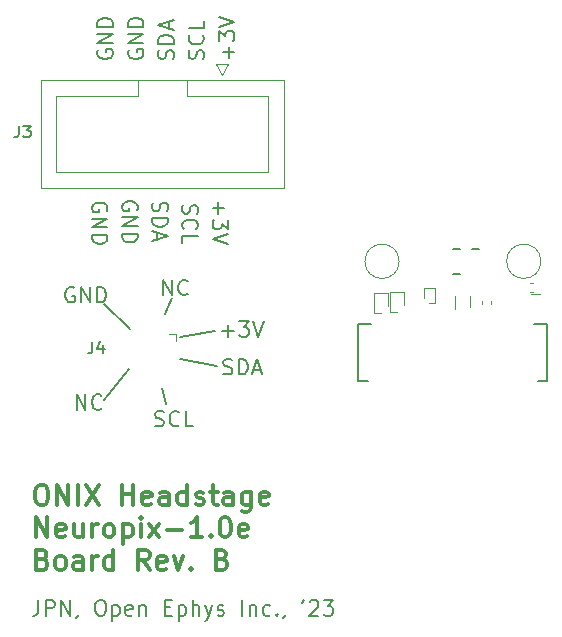
<source format=gbr>
%TF.GenerationSoftware,KiCad,Pcbnew,7.0.6*%
%TF.CreationDate,2023-09-10T10:14:11-04:00*%
%TF.ProjectId,headstage-neuropix1e,68656164-7374-4616-9765-2d6e6575726f,B*%
%TF.SameCoordinates,Original*%
%TF.FileFunction,Legend,Top*%
%TF.FilePolarity,Positive*%
%FSLAX46Y46*%
G04 Gerber Fmt 4.6, Leading zero omitted, Abs format (unit mm)*
G04 Created by KiCad (PCBNEW 7.0.6) date 2023-09-10 10:14:11*
%MOMM*%
%LPD*%
G01*
G04 APERTURE LIST*
%ADD10C,0.150000*%
%ADD11C,0.200000*%
%ADD12C,0.300000*%
%ADD13C,0.120000*%
%ADD14C,0.127000*%
G04 APERTURE END LIST*
D10*
X122500000Y-94440000D02*
X119500000Y-94947500D01*
X113100000Y-100240000D02*
X115200000Y-97640000D01*
X113100000Y-92140000D02*
X115300000Y-94240000D01*
X118000000Y-99240000D02*
X118300000Y-100540000D01*
X118800000Y-91640000D02*
X118200000Y-92940000D01*
X122600000Y-97340000D02*
X119500000Y-96800000D01*
D11*
X119761400Y-83726697D02*
X119699495Y-83912411D01*
X119699495Y-83912411D02*
X119699495Y-84221935D01*
X119699495Y-84221935D02*
X119761400Y-84345744D01*
X119761400Y-84345744D02*
X119823304Y-84407649D01*
X119823304Y-84407649D02*
X119947114Y-84469554D01*
X119947114Y-84469554D02*
X120070923Y-84469554D01*
X120070923Y-84469554D02*
X120194733Y-84407649D01*
X120194733Y-84407649D02*
X120256638Y-84345744D01*
X120256638Y-84345744D02*
X120318542Y-84221935D01*
X120318542Y-84221935D02*
X120380447Y-83974316D01*
X120380447Y-83974316D02*
X120442352Y-83850506D01*
X120442352Y-83850506D02*
X120504257Y-83788601D01*
X120504257Y-83788601D02*
X120628066Y-83726697D01*
X120628066Y-83726697D02*
X120751876Y-83726697D01*
X120751876Y-83726697D02*
X120875685Y-83788601D01*
X120875685Y-83788601D02*
X120937590Y-83850506D01*
X120937590Y-83850506D02*
X120999495Y-83974316D01*
X120999495Y-83974316D02*
X120999495Y-84283839D01*
X120999495Y-84283839D02*
X120937590Y-84469554D01*
X119823304Y-85769553D02*
X119761400Y-85707649D01*
X119761400Y-85707649D02*
X119699495Y-85521934D01*
X119699495Y-85521934D02*
X119699495Y-85398125D01*
X119699495Y-85398125D02*
X119761400Y-85212411D01*
X119761400Y-85212411D02*
X119885209Y-85088601D01*
X119885209Y-85088601D02*
X120009019Y-85026696D01*
X120009019Y-85026696D02*
X120256638Y-84964792D01*
X120256638Y-84964792D02*
X120442352Y-84964792D01*
X120442352Y-84964792D02*
X120689971Y-85026696D01*
X120689971Y-85026696D02*
X120813780Y-85088601D01*
X120813780Y-85088601D02*
X120937590Y-85212411D01*
X120937590Y-85212411D02*
X120999495Y-85398125D01*
X120999495Y-85398125D02*
X120999495Y-85521934D01*
X120999495Y-85521934D02*
X120937590Y-85707649D01*
X120937590Y-85707649D02*
X120875685Y-85769553D01*
X119699495Y-86945744D02*
X119699495Y-86326696D01*
X119699495Y-86326696D02*
X120999495Y-86326696D01*
X107512530Y-117191004D02*
X107512530Y-118119576D01*
X107512530Y-118119576D02*
X107450625Y-118305290D01*
X107450625Y-118305290D02*
X107326816Y-118429100D01*
X107326816Y-118429100D02*
X107141101Y-118491004D01*
X107141101Y-118491004D02*
X107017292Y-118491004D01*
X108131577Y-118491004D02*
X108131577Y-117191004D01*
X108131577Y-117191004D02*
X108626815Y-117191004D01*
X108626815Y-117191004D02*
X108750625Y-117252909D01*
X108750625Y-117252909D02*
X108812530Y-117314814D01*
X108812530Y-117314814D02*
X108874434Y-117438623D01*
X108874434Y-117438623D02*
X108874434Y-117624338D01*
X108874434Y-117624338D02*
X108812530Y-117748147D01*
X108812530Y-117748147D02*
X108750625Y-117810052D01*
X108750625Y-117810052D02*
X108626815Y-117871957D01*
X108626815Y-117871957D02*
X108131577Y-117871957D01*
X109431577Y-118491004D02*
X109431577Y-117191004D01*
X109431577Y-117191004D02*
X110174434Y-118491004D01*
X110174434Y-118491004D02*
X110174434Y-117191004D01*
X110855387Y-118429100D02*
X110855387Y-118491004D01*
X110855387Y-118491004D02*
X110793482Y-118614814D01*
X110793482Y-118614814D02*
X110731578Y-118676719D01*
X112650625Y-117191004D02*
X112898244Y-117191004D01*
X112898244Y-117191004D02*
X113022054Y-117252909D01*
X113022054Y-117252909D02*
X113145863Y-117376719D01*
X113145863Y-117376719D02*
X113207768Y-117624338D01*
X113207768Y-117624338D02*
X113207768Y-118057671D01*
X113207768Y-118057671D02*
X113145863Y-118305290D01*
X113145863Y-118305290D02*
X113022054Y-118429100D01*
X113022054Y-118429100D02*
X112898244Y-118491004D01*
X112898244Y-118491004D02*
X112650625Y-118491004D01*
X112650625Y-118491004D02*
X112526816Y-118429100D01*
X112526816Y-118429100D02*
X112403006Y-118305290D01*
X112403006Y-118305290D02*
X112341102Y-118057671D01*
X112341102Y-118057671D02*
X112341102Y-117624338D01*
X112341102Y-117624338D02*
X112403006Y-117376719D01*
X112403006Y-117376719D02*
X112526816Y-117252909D01*
X112526816Y-117252909D02*
X112650625Y-117191004D01*
X113764911Y-117624338D02*
X113764911Y-118924338D01*
X113764911Y-117686242D02*
X113888721Y-117624338D01*
X113888721Y-117624338D02*
X114136340Y-117624338D01*
X114136340Y-117624338D02*
X114260149Y-117686242D01*
X114260149Y-117686242D02*
X114322054Y-117748147D01*
X114322054Y-117748147D02*
X114383959Y-117871957D01*
X114383959Y-117871957D02*
X114383959Y-118243385D01*
X114383959Y-118243385D02*
X114322054Y-118367195D01*
X114322054Y-118367195D02*
X114260149Y-118429100D01*
X114260149Y-118429100D02*
X114136340Y-118491004D01*
X114136340Y-118491004D02*
X113888721Y-118491004D01*
X113888721Y-118491004D02*
X113764911Y-118429100D01*
X115436339Y-118429100D02*
X115312530Y-118491004D01*
X115312530Y-118491004D02*
X115064911Y-118491004D01*
X115064911Y-118491004D02*
X114941101Y-118429100D01*
X114941101Y-118429100D02*
X114879197Y-118305290D01*
X114879197Y-118305290D02*
X114879197Y-117810052D01*
X114879197Y-117810052D02*
X114941101Y-117686242D01*
X114941101Y-117686242D02*
X115064911Y-117624338D01*
X115064911Y-117624338D02*
X115312530Y-117624338D01*
X115312530Y-117624338D02*
X115436339Y-117686242D01*
X115436339Y-117686242D02*
X115498244Y-117810052D01*
X115498244Y-117810052D02*
X115498244Y-117933861D01*
X115498244Y-117933861D02*
X114879197Y-118057671D01*
X116055387Y-117624338D02*
X116055387Y-118491004D01*
X116055387Y-117748147D02*
X116117292Y-117686242D01*
X116117292Y-117686242D02*
X116241102Y-117624338D01*
X116241102Y-117624338D02*
X116426816Y-117624338D01*
X116426816Y-117624338D02*
X116550625Y-117686242D01*
X116550625Y-117686242D02*
X116612530Y-117810052D01*
X116612530Y-117810052D02*
X116612530Y-118491004D01*
X118222053Y-117810052D02*
X118655387Y-117810052D01*
X118841101Y-118491004D02*
X118222053Y-118491004D01*
X118222053Y-118491004D02*
X118222053Y-117191004D01*
X118222053Y-117191004D02*
X118841101Y-117191004D01*
X119398243Y-117624338D02*
X119398243Y-118924338D01*
X119398243Y-117686242D02*
X119522053Y-117624338D01*
X119522053Y-117624338D02*
X119769672Y-117624338D01*
X119769672Y-117624338D02*
X119893481Y-117686242D01*
X119893481Y-117686242D02*
X119955386Y-117748147D01*
X119955386Y-117748147D02*
X120017291Y-117871957D01*
X120017291Y-117871957D02*
X120017291Y-118243385D01*
X120017291Y-118243385D02*
X119955386Y-118367195D01*
X119955386Y-118367195D02*
X119893481Y-118429100D01*
X119893481Y-118429100D02*
X119769672Y-118491004D01*
X119769672Y-118491004D02*
X119522053Y-118491004D01*
X119522053Y-118491004D02*
X119398243Y-118429100D01*
X120574433Y-118491004D02*
X120574433Y-117191004D01*
X121131576Y-118491004D02*
X121131576Y-117810052D01*
X121131576Y-117810052D02*
X121069671Y-117686242D01*
X121069671Y-117686242D02*
X120945862Y-117624338D01*
X120945862Y-117624338D02*
X120760148Y-117624338D01*
X120760148Y-117624338D02*
X120636338Y-117686242D01*
X120636338Y-117686242D02*
X120574433Y-117748147D01*
X121626814Y-117624338D02*
X121936338Y-118491004D01*
X122245861Y-117624338D02*
X121936338Y-118491004D01*
X121936338Y-118491004D02*
X121812528Y-118800528D01*
X121812528Y-118800528D02*
X121750623Y-118862433D01*
X121750623Y-118862433D02*
X121626814Y-118924338D01*
X122679195Y-118429100D02*
X122803004Y-118491004D01*
X122803004Y-118491004D02*
X123050623Y-118491004D01*
X123050623Y-118491004D02*
X123174433Y-118429100D01*
X123174433Y-118429100D02*
X123236337Y-118305290D01*
X123236337Y-118305290D02*
X123236337Y-118243385D01*
X123236337Y-118243385D02*
X123174433Y-118119576D01*
X123174433Y-118119576D02*
X123050623Y-118057671D01*
X123050623Y-118057671D02*
X122864909Y-118057671D01*
X122864909Y-118057671D02*
X122741099Y-117995766D01*
X122741099Y-117995766D02*
X122679195Y-117871957D01*
X122679195Y-117871957D02*
X122679195Y-117810052D01*
X122679195Y-117810052D02*
X122741099Y-117686242D01*
X122741099Y-117686242D02*
X122864909Y-117624338D01*
X122864909Y-117624338D02*
X123050623Y-117624338D01*
X123050623Y-117624338D02*
X123174433Y-117686242D01*
X124783956Y-118491004D02*
X124783956Y-117191004D01*
X125403004Y-117624338D02*
X125403004Y-118491004D01*
X125403004Y-117748147D02*
X125464909Y-117686242D01*
X125464909Y-117686242D02*
X125588719Y-117624338D01*
X125588719Y-117624338D02*
X125774433Y-117624338D01*
X125774433Y-117624338D02*
X125898242Y-117686242D01*
X125898242Y-117686242D02*
X125960147Y-117810052D01*
X125960147Y-117810052D02*
X125960147Y-118491004D01*
X127136337Y-118429100D02*
X127012528Y-118491004D01*
X127012528Y-118491004D02*
X126764909Y-118491004D01*
X126764909Y-118491004D02*
X126641099Y-118429100D01*
X126641099Y-118429100D02*
X126579194Y-118367195D01*
X126579194Y-118367195D02*
X126517290Y-118243385D01*
X126517290Y-118243385D02*
X126517290Y-117871957D01*
X126517290Y-117871957D02*
X126579194Y-117748147D01*
X126579194Y-117748147D02*
X126641099Y-117686242D01*
X126641099Y-117686242D02*
X126764909Y-117624338D01*
X126764909Y-117624338D02*
X127012528Y-117624338D01*
X127012528Y-117624338D02*
X127136337Y-117686242D01*
X127693480Y-118367195D02*
X127755385Y-118429100D01*
X127755385Y-118429100D02*
X127693480Y-118491004D01*
X127693480Y-118491004D02*
X127631576Y-118429100D01*
X127631576Y-118429100D02*
X127693480Y-118367195D01*
X127693480Y-118367195D02*
X127693480Y-118491004D01*
X128374433Y-118429100D02*
X128374433Y-118491004D01*
X128374433Y-118491004D02*
X128312528Y-118614814D01*
X128312528Y-118614814D02*
X128250624Y-118676719D01*
X129983957Y-117191004D02*
X129860148Y-117438623D01*
X130479196Y-117314814D02*
X130541100Y-117252909D01*
X130541100Y-117252909D02*
X130664910Y-117191004D01*
X130664910Y-117191004D02*
X130974434Y-117191004D01*
X130974434Y-117191004D02*
X131098243Y-117252909D01*
X131098243Y-117252909D02*
X131160148Y-117314814D01*
X131160148Y-117314814D02*
X131222053Y-117438623D01*
X131222053Y-117438623D02*
X131222053Y-117562433D01*
X131222053Y-117562433D02*
X131160148Y-117748147D01*
X131160148Y-117748147D02*
X130417291Y-118491004D01*
X130417291Y-118491004D02*
X131222053Y-118491004D01*
X131655386Y-117191004D02*
X132460148Y-117191004D01*
X132460148Y-117191004D02*
X132026814Y-117686242D01*
X132026814Y-117686242D02*
X132212529Y-117686242D01*
X132212529Y-117686242D02*
X132336338Y-117748147D01*
X132336338Y-117748147D02*
X132398243Y-117810052D01*
X132398243Y-117810052D02*
X132460148Y-117933861D01*
X132460148Y-117933861D02*
X132460148Y-118243385D01*
X132460148Y-118243385D02*
X132398243Y-118367195D01*
X132398243Y-118367195D02*
X132336338Y-118429100D01*
X132336338Y-118429100D02*
X132212529Y-118491004D01*
X132212529Y-118491004D02*
X131841100Y-118491004D01*
X131841100Y-118491004D02*
X131717291Y-118429100D01*
X131717291Y-118429100D02*
X131655386Y-118367195D01*
X112572409Y-70625445D02*
X112510504Y-70749255D01*
X112510504Y-70749255D02*
X112510504Y-70934969D01*
X112510504Y-70934969D02*
X112572409Y-71120683D01*
X112572409Y-71120683D02*
X112696219Y-71244493D01*
X112696219Y-71244493D02*
X112820028Y-71306398D01*
X112820028Y-71306398D02*
X113067647Y-71368302D01*
X113067647Y-71368302D02*
X113253361Y-71368302D01*
X113253361Y-71368302D02*
X113500980Y-71306398D01*
X113500980Y-71306398D02*
X113624790Y-71244493D01*
X113624790Y-71244493D02*
X113748600Y-71120683D01*
X113748600Y-71120683D02*
X113810504Y-70934969D01*
X113810504Y-70934969D02*
X113810504Y-70811160D01*
X113810504Y-70811160D02*
X113748600Y-70625445D01*
X113748600Y-70625445D02*
X113686695Y-70563541D01*
X113686695Y-70563541D02*
X113253361Y-70563541D01*
X113253361Y-70563541D02*
X113253361Y-70811160D01*
X113810504Y-70006398D02*
X112510504Y-70006398D01*
X112510504Y-70006398D02*
X113810504Y-69263541D01*
X113810504Y-69263541D02*
X112510504Y-69263541D01*
X113810504Y-68644493D02*
X112510504Y-68644493D01*
X112510504Y-68644493D02*
X112510504Y-68334969D01*
X112510504Y-68334969D02*
X112572409Y-68149255D01*
X112572409Y-68149255D02*
X112696219Y-68025445D01*
X112696219Y-68025445D02*
X112820028Y-67963540D01*
X112820028Y-67963540D02*
X113067647Y-67901636D01*
X113067647Y-67901636D02*
X113253361Y-67901636D01*
X113253361Y-67901636D02*
X113500980Y-67963540D01*
X113500980Y-67963540D02*
X113624790Y-68025445D01*
X113624790Y-68025445D02*
X113748600Y-68149255D01*
X113748600Y-68149255D02*
X113810504Y-68334969D01*
X113810504Y-68334969D02*
X113810504Y-68644493D01*
X113287590Y-84269554D02*
X113349495Y-84145744D01*
X113349495Y-84145744D02*
X113349495Y-83960030D01*
X113349495Y-83960030D02*
X113287590Y-83774316D01*
X113287590Y-83774316D02*
X113163780Y-83650506D01*
X113163780Y-83650506D02*
X113039971Y-83588601D01*
X113039971Y-83588601D02*
X112792352Y-83526697D01*
X112792352Y-83526697D02*
X112606638Y-83526697D01*
X112606638Y-83526697D02*
X112359019Y-83588601D01*
X112359019Y-83588601D02*
X112235209Y-83650506D01*
X112235209Y-83650506D02*
X112111400Y-83774316D01*
X112111400Y-83774316D02*
X112049495Y-83960030D01*
X112049495Y-83960030D02*
X112049495Y-84083839D01*
X112049495Y-84083839D02*
X112111400Y-84269554D01*
X112111400Y-84269554D02*
X112173304Y-84331458D01*
X112173304Y-84331458D02*
X112606638Y-84331458D01*
X112606638Y-84331458D02*
X112606638Y-84083839D01*
X112049495Y-84888601D02*
X113349495Y-84888601D01*
X113349495Y-84888601D02*
X112049495Y-85631458D01*
X112049495Y-85631458D02*
X113349495Y-85631458D01*
X112049495Y-86250506D02*
X113349495Y-86250506D01*
X113349495Y-86250506D02*
X113349495Y-86560030D01*
X113349495Y-86560030D02*
X113287590Y-86745744D01*
X113287590Y-86745744D02*
X113163780Y-86869554D01*
X113163780Y-86869554D02*
X113039971Y-86931459D01*
X113039971Y-86931459D02*
X112792352Y-86993363D01*
X112792352Y-86993363D02*
X112606638Y-86993363D01*
X112606638Y-86993363D02*
X112359019Y-86931459D01*
X112359019Y-86931459D02*
X112235209Y-86869554D01*
X112235209Y-86869554D02*
X112111400Y-86745744D01*
X112111400Y-86745744D02*
X112049495Y-86560030D01*
X112049495Y-86560030D02*
X112049495Y-86250506D01*
X115147409Y-70625445D02*
X115085504Y-70749255D01*
X115085504Y-70749255D02*
X115085504Y-70934969D01*
X115085504Y-70934969D02*
X115147409Y-71120683D01*
X115147409Y-71120683D02*
X115271219Y-71244493D01*
X115271219Y-71244493D02*
X115395028Y-71306398D01*
X115395028Y-71306398D02*
X115642647Y-71368302D01*
X115642647Y-71368302D02*
X115828361Y-71368302D01*
X115828361Y-71368302D02*
X116075980Y-71306398D01*
X116075980Y-71306398D02*
X116199790Y-71244493D01*
X116199790Y-71244493D02*
X116323600Y-71120683D01*
X116323600Y-71120683D02*
X116385504Y-70934969D01*
X116385504Y-70934969D02*
X116385504Y-70811160D01*
X116385504Y-70811160D02*
X116323600Y-70625445D01*
X116323600Y-70625445D02*
X116261695Y-70563541D01*
X116261695Y-70563541D02*
X115828361Y-70563541D01*
X115828361Y-70563541D02*
X115828361Y-70811160D01*
X116385504Y-70006398D02*
X115085504Y-70006398D01*
X115085504Y-70006398D02*
X116385504Y-69263541D01*
X116385504Y-69263541D02*
X115085504Y-69263541D01*
X116385504Y-68644493D02*
X115085504Y-68644493D01*
X115085504Y-68644493D02*
X115085504Y-68334969D01*
X115085504Y-68334969D02*
X115147409Y-68149255D01*
X115147409Y-68149255D02*
X115271219Y-68025445D01*
X115271219Y-68025445D02*
X115395028Y-67963540D01*
X115395028Y-67963540D02*
X115642647Y-67901636D01*
X115642647Y-67901636D02*
X115828361Y-67901636D01*
X115828361Y-67901636D02*
X116075980Y-67963540D01*
X116075980Y-67963540D02*
X116199790Y-68025445D01*
X116199790Y-68025445D02*
X116323600Y-68149255D01*
X116323600Y-68149255D02*
X116385504Y-68334969D01*
X116385504Y-68334969D02*
X116385504Y-68644493D01*
X123041101Y-94375266D02*
X124031578Y-94375266D01*
X123536339Y-94870504D02*
X123536339Y-93880028D01*
X124526816Y-93570504D02*
X125331578Y-93570504D01*
X125331578Y-93570504D02*
X124898244Y-94065742D01*
X124898244Y-94065742D02*
X125083959Y-94065742D01*
X125083959Y-94065742D02*
X125207768Y-94127647D01*
X125207768Y-94127647D02*
X125269673Y-94189552D01*
X125269673Y-94189552D02*
X125331578Y-94313361D01*
X125331578Y-94313361D02*
X125331578Y-94622885D01*
X125331578Y-94622885D02*
X125269673Y-94746695D01*
X125269673Y-94746695D02*
X125207768Y-94808600D01*
X125207768Y-94808600D02*
X125083959Y-94870504D01*
X125083959Y-94870504D02*
X124712530Y-94870504D01*
X124712530Y-94870504D02*
X124588721Y-94808600D01*
X124588721Y-94808600D02*
X124526816Y-94746695D01*
X125703006Y-93570504D02*
X126136339Y-94870504D01*
X126136339Y-94870504D02*
X126569673Y-93570504D01*
X110741101Y-101070504D02*
X110741101Y-99770504D01*
X110741101Y-99770504D02*
X111483958Y-101070504D01*
X111483958Y-101070504D02*
X111483958Y-99770504D01*
X112845863Y-100946695D02*
X112783959Y-101008600D01*
X112783959Y-101008600D02*
X112598244Y-101070504D01*
X112598244Y-101070504D02*
X112474435Y-101070504D01*
X112474435Y-101070504D02*
X112288721Y-101008600D01*
X112288721Y-101008600D02*
X112164911Y-100884790D01*
X112164911Y-100884790D02*
X112103006Y-100760980D01*
X112103006Y-100760980D02*
X112041102Y-100513361D01*
X112041102Y-100513361D02*
X112041102Y-100327647D01*
X112041102Y-100327647D02*
X112103006Y-100080028D01*
X112103006Y-100080028D02*
X112164911Y-99956219D01*
X112164911Y-99956219D02*
X112288721Y-99832409D01*
X112288721Y-99832409D02*
X112474435Y-99770504D01*
X112474435Y-99770504D02*
X112598244Y-99770504D01*
X112598244Y-99770504D02*
X112783959Y-99832409D01*
X112783959Y-99832409D02*
X112845863Y-99894314D01*
D12*
X107625939Y-107433853D02*
X107949748Y-107433853D01*
X107949748Y-107433853D02*
X108111653Y-107514805D01*
X108111653Y-107514805D02*
X108273558Y-107676710D01*
X108273558Y-107676710D02*
X108354510Y-108000520D01*
X108354510Y-108000520D02*
X108354510Y-108567186D01*
X108354510Y-108567186D02*
X108273558Y-108890996D01*
X108273558Y-108890996D02*
X108111653Y-109052901D01*
X108111653Y-109052901D02*
X107949748Y-109133853D01*
X107949748Y-109133853D02*
X107625939Y-109133853D01*
X107625939Y-109133853D02*
X107464034Y-109052901D01*
X107464034Y-109052901D02*
X107302129Y-108890996D01*
X107302129Y-108890996D02*
X107221177Y-108567186D01*
X107221177Y-108567186D02*
X107221177Y-108000520D01*
X107221177Y-108000520D02*
X107302129Y-107676710D01*
X107302129Y-107676710D02*
X107464034Y-107514805D01*
X107464034Y-107514805D02*
X107625939Y-107433853D01*
X109083081Y-109133853D02*
X109083081Y-107433853D01*
X109083081Y-107433853D02*
X110054510Y-109133853D01*
X110054510Y-109133853D02*
X110054510Y-107433853D01*
X110864033Y-109133853D02*
X110864033Y-107433853D01*
X111511653Y-107433853D02*
X112644986Y-109133853D01*
X112644986Y-107433853D02*
X111511653Y-109133853D01*
X114587843Y-109133853D02*
X114587843Y-107433853D01*
X114587843Y-108243377D02*
X115559272Y-108243377D01*
X115559272Y-109133853D02*
X115559272Y-107433853D01*
X117016414Y-109052901D02*
X116854510Y-109133853D01*
X116854510Y-109133853D02*
X116530700Y-109133853D01*
X116530700Y-109133853D02*
X116368795Y-109052901D01*
X116368795Y-109052901D02*
X116287843Y-108890996D01*
X116287843Y-108890996D02*
X116287843Y-108243377D01*
X116287843Y-108243377D02*
X116368795Y-108081472D01*
X116368795Y-108081472D02*
X116530700Y-108000520D01*
X116530700Y-108000520D02*
X116854510Y-108000520D01*
X116854510Y-108000520D02*
X117016414Y-108081472D01*
X117016414Y-108081472D02*
X117097367Y-108243377D01*
X117097367Y-108243377D02*
X117097367Y-108405281D01*
X117097367Y-108405281D02*
X116287843Y-108567186D01*
X118554510Y-109133853D02*
X118554510Y-108243377D01*
X118554510Y-108243377D02*
X118473557Y-108081472D01*
X118473557Y-108081472D02*
X118311653Y-108000520D01*
X118311653Y-108000520D02*
X117987843Y-108000520D01*
X117987843Y-108000520D02*
X117825938Y-108081472D01*
X118554510Y-109052901D02*
X118392605Y-109133853D01*
X118392605Y-109133853D02*
X117987843Y-109133853D01*
X117987843Y-109133853D02*
X117825938Y-109052901D01*
X117825938Y-109052901D02*
X117744986Y-108890996D01*
X117744986Y-108890996D02*
X117744986Y-108729091D01*
X117744986Y-108729091D02*
X117825938Y-108567186D01*
X117825938Y-108567186D02*
X117987843Y-108486234D01*
X117987843Y-108486234D02*
X118392605Y-108486234D01*
X118392605Y-108486234D02*
X118554510Y-108405281D01*
X120092605Y-109133853D02*
X120092605Y-107433853D01*
X120092605Y-109052901D02*
X119930700Y-109133853D01*
X119930700Y-109133853D02*
X119606891Y-109133853D01*
X119606891Y-109133853D02*
X119444986Y-109052901D01*
X119444986Y-109052901D02*
X119364033Y-108971948D01*
X119364033Y-108971948D02*
X119283081Y-108810043D01*
X119283081Y-108810043D02*
X119283081Y-108324329D01*
X119283081Y-108324329D02*
X119364033Y-108162424D01*
X119364033Y-108162424D02*
X119444986Y-108081472D01*
X119444986Y-108081472D02*
X119606891Y-108000520D01*
X119606891Y-108000520D02*
X119930700Y-108000520D01*
X119930700Y-108000520D02*
X120092605Y-108081472D01*
X120821176Y-109052901D02*
X120983081Y-109133853D01*
X120983081Y-109133853D02*
X121306890Y-109133853D01*
X121306890Y-109133853D02*
X121468795Y-109052901D01*
X121468795Y-109052901D02*
X121549747Y-108890996D01*
X121549747Y-108890996D02*
X121549747Y-108810043D01*
X121549747Y-108810043D02*
X121468795Y-108648139D01*
X121468795Y-108648139D02*
X121306890Y-108567186D01*
X121306890Y-108567186D02*
X121064033Y-108567186D01*
X121064033Y-108567186D02*
X120902128Y-108486234D01*
X120902128Y-108486234D02*
X120821176Y-108324329D01*
X120821176Y-108324329D02*
X120821176Y-108243377D01*
X120821176Y-108243377D02*
X120902128Y-108081472D01*
X120902128Y-108081472D02*
X121064033Y-108000520D01*
X121064033Y-108000520D02*
X121306890Y-108000520D01*
X121306890Y-108000520D02*
X121468795Y-108081472D01*
X122035461Y-108000520D02*
X122683080Y-108000520D01*
X122278318Y-107433853D02*
X122278318Y-108890996D01*
X122278318Y-108890996D02*
X122359271Y-109052901D01*
X122359271Y-109052901D02*
X122521176Y-109133853D01*
X122521176Y-109133853D02*
X122683080Y-109133853D01*
X123978319Y-109133853D02*
X123978319Y-108243377D01*
X123978319Y-108243377D02*
X123897366Y-108081472D01*
X123897366Y-108081472D02*
X123735462Y-108000520D01*
X123735462Y-108000520D02*
X123411652Y-108000520D01*
X123411652Y-108000520D02*
X123249747Y-108081472D01*
X123978319Y-109052901D02*
X123816414Y-109133853D01*
X123816414Y-109133853D02*
X123411652Y-109133853D01*
X123411652Y-109133853D02*
X123249747Y-109052901D01*
X123249747Y-109052901D02*
X123168795Y-108890996D01*
X123168795Y-108890996D02*
X123168795Y-108729091D01*
X123168795Y-108729091D02*
X123249747Y-108567186D01*
X123249747Y-108567186D02*
X123411652Y-108486234D01*
X123411652Y-108486234D02*
X123816414Y-108486234D01*
X123816414Y-108486234D02*
X123978319Y-108405281D01*
X125516414Y-108000520D02*
X125516414Y-109376710D01*
X125516414Y-109376710D02*
X125435461Y-109538615D01*
X125435461Y-109538615D02*
X125354509Y-109619567D01*
X125354509Y-109619567D02*
X125192604Y-109700520D01*
X125192604Y-109700520D02*
X124949747Y-109700520D01*
X124949747Y-109700520D02*
X124787842Y-109619567D01*
X125516414Y-109052901D02*
X125354509Y-109133853D01*
X125354509Y-109133853D02*
X125030700Y-109133853D01*
X125030700Y-109133853D02*
X124868795Y-109052901D01*
X124868795Y-109052901D02*
X124787842Y-108971948D01*
X124787842Y-108971948D02*
X124706890Y-108810043D01*
X124706890Y-108810043D02*
X124706890Y-108324329D01*
X124706890Y-108324329D02*
X124787842Y-108162424D01*
X124787842Y-108162424D02*
X124868795Y-108081472D01*
X124868795Y-108081472D02*
X125030700Y-108000520D01*
X125030700Y-108000520D02*
X125354509Y-108000520D01*
X125354509Y-108000520D02*
X125516414Y-108081472D01*
X126973556Y-109052901D02*
X126811652Y-109133853D01*
X126811652Y-109133853D02*
X126487842Y-109133853D01*
X126487842Y-109133853D02*
X126325937Y-109052901D01*
X126325937Y-109052901D02*
X126244985Y-108890996D01*
X126244985Y-108890996D02*
X126244985Y-108243377D01*
X126244985Y-108243377D02*
X126325937Y-108081472D01*
X126325937Y-108081472D02*
X126487842Y-108000520D01*
X126487842Y-108000520D02*
X126811652Y-108000520D01*
X126811652Y-108000520D02*
X126973556Y-108081472D01*
X126973556Y-108081472D02*
X127054509Y-108243377D01*
X127054509Y-108243377D02*
X127054509Y-108405281D01*
X127054509Y-108405281D02*
X126244985Y-108567186D01*
X107302129Y-111870853D02*
X107302129Y-110170853D01*
X107302129Y-110170853D02*
X108273558Y-111870853D01*
X108273558Y-111870853D02*
X108273558Y-110170853D01*
X109730700Y-111789901D02*
X109568796Y-111870853D01*
X109568796Y-111870853D02*
X109244986Y-111870853D01*
X109244986Y-111870853D02*
X109083081Y-111789901D01*
X109083081Y-111789901D02*
X109002129Y-111627996D01*
X109002129Y-111627996D02*
X109002129Y-110980377D01*
X109002129Y-110980377D02*
X109083081Y-110818472D01*
X109083081Y-110818472D02*
X109244986Y-110737520D01*
X109244986Y-110737520D02*
X109568796Y-110737520D01*
X109568796Y-110737520D02*
X109730700Y-110818472D01*
X109730700Y-110818472D02*
X109811653Y-110980377D01*
X109811653Y-110980377D02*
X109811653Y-111142281D01*
X109811653Y-111142281D02*
X109002129Y-111304186D01*
X111268796Y-110737520D02*
X111268796Y-111870853D01*
X110540224Y-110737520D02*
X110540224Y-111627996D01*
X110540224Y-111627996D02*
X110621177Y-111789901D01*
X110621177Y-111789901D02*
X110783082Y-111870853D01*
X110783082Y-111870853D02*
X111025939Y-111870853D01*
X111025939Y-111870853D02*
X111187843Y-111789901D01*
X111187843Y-111789901D02*
X111268796Y-111708948D01*
X112078319Y-111870853D02*
X112078319Y-110737520D01*
X112078319Y-111061329D02*
X112159272Y-110899424D01*
X112159272Y-110899424D02*
X112240224Y-110818472D01*
X112240224Y-110818472D02*
X112402129Y-110737520D01*
X112402129Y-110737520D02*
X112564034Y-110737520D01*
X113373558Y-111870853D02*
X113211653Y-111789901D01*
X113211653Y-111789901D02*
X113130700Y-111708948D01*
X113130700Y-111708948D02*
X113049748Y-111547043D01*
X113049748Y-111547043D02*
X113049748Y-111061329D01*
X113049748Y-111061329D02*
X113130700Y-110899424D01*
X113130700Y-110899424D02*
X113211653Y-110818472D01*
X113211653Y-110818472D02*
X113373558Y-110737520D01*
X113373558Y-110737520D02*
X113616415Y-110737520D01*
X113616415Y-110737520D02*
X113778319Y-110818472D01*
X113778319Y-110818472D02*
X113859272Y-110899424D01*
X113859272Y-110899424D02*
X113940224Y-111061329D01*
X113940224Y-111061329D02*
X113940224Y-111547043D01*
X113940224Y-111547043D02*
X113859272Y-111708948D01*
X113859272Y-111708948D02*
X113778319Y-111789901D01*
X113778319Y-111789901D02*
X113616415Y-111870853D01*
X113616415Y-111870853D02*
X113373558Y-111870853D01*
X114668795Y-110737520D02*
X114668795Y-112437520D01*
X114668795Y-110818472D02*
X114830700Y-110737520D01*
X114830700Y-110737520D02*
X115154510Y-110737520D01*
X115154510Y-110737520D02*
X115316414Y-110818472D01*
X115316414Y-110818472D02*
X115397367Y-110899424D01*
X115397367Y-110899424D02*
X115478319Y-111061329D01*
X115478319Y-111061329D02*
X115478319Y-111547043D01*
X115478319Y-111547043D02*
X115397367Y-111708948D01*
X115397367Y-111708948D02*
X115316414Y-111789901D01*
X115316414Y-111789901D02*
X115154510Y-111870853D01*
X115154510Y-111870853D02*
X114830700Y-111870853D01*
X114830700Y-111870853D02*
X114668795Y-111789901D01*
X116206890Y-111870853D02*
X116206890Y-110737520D01*
X116206890Y-110170853D02*
X116125938Y-110251805D01*
X116125938Y-110251805D02*
X116206890Y-110332758D01*
X116206890Y-110332758D02*
X116287843Y-110251805D01*
X116287843Y-110251805D02*
X116206890Y-110170853D01*
X116206890Y-110170853D02*
X116206890Y-110332758D01*
X116854510Y-111870853D02*
X117744986Y-110737520D01*
X116854510Y-110737520D02*
X117744986Y-111870853D01*
X118392604Y-111223234D02*
X119687843Y-111223234D01*
X121387843Y-111870853D02*
X120416414Y-111870853D01*
X120902128Y-111870853D02*
X120902128Y-110170853D01*
X120902128Y-110170853D02*
X120740224Y-110413710D01*
X120740224Y-110413710D02*
X120578319Y-110575615D01*
X120578319Y-110575615D02*
X120416414Y-110656567D01*
X122116414Y-111708948D02*
X122197367Y-111789901D01*
X122197367Y-111789901D02*
X122116414Y-111870853D01*
X122116414Y-111870853D02*
X122035462Y-111789901D01*
X122035462Y-111789901D02*
X122116414Y-111708948D01*
X122116414Y-111708948D02*
X122116414Y-111870853D01*
X123249748Y-110170853D02*
X123411653Y-110170853D01*
X123411653Y-110170853D02*
X123573557Y-110251805D01*
X123573557Y-110251805D02*
X123654510Y-110332758D01*
X123654510Y-110332758D02*
X123735462Y-110494662D01*
X123735462Y-110494662D02*
X123816415Y-110818472D01*
X123816415Y-110818472D02*
X123816415Y-111223234D01*
X123816415Y-111223234D02*
X123735462Y-111547043D01*
X123735462Y-111547043D02*
X123654510Y-111708948D01*
X123654510Y-111708948D02*
X123573557Y-111789901D01*
X123573557Y-111789901D02*
X123411653Y-111870853D01*
X123411653Y-111870853D02*
X123249748Y-111870853D01*
X123249748Y-111870853D02*
X123087843Y-111789901D01*
X123087843Y-111789901D02*
X123006891Y-111708948D01*
X123006891Y-111708948D02*
X122925938Y-111547043D01*
X122925938Y-111547043D02*
X122844986Y-111223234D01*
X122844986Y-111223234D02*
X122844986Y-110818472D01*
X122844986Y-110818472D02*
X122925938Y-110494662D01*
X122925938Y-110494662D02*
X123006891Y-110332758D01*
X123006891Y-110332758D02*
X123087843Y-110251805D01*
X123087843Y-110251805D02*
X123249748Y-110170853D01*
X125192605Y-111789901D02*
X125030701Y-111870853D01*
X125030701Y-111870853D02*
X124706891Y-111870853D01*
X124706891Y-111870853D02*
X124544986Y-111789901D01*
X124544986Y-111789901D02*
X124464034Y-111627996D01*
X124464034Y-111627996D02*
X124464034Y-110980377D01*
X124464034Y-110980377D02*
X124544986Y-110818472D01*
X124544986Y-110818472D02*
X124706891Y-110737520D01*
X124706891Y-110737520D02*
X125030701Y-110737520D01*
X125030701Y-110737520D02*
X125192605Y-110818472D01*
X125192605Y-110818472D02*
X125273558Y-110980377D01*
X125273558Y-110980377D02*
X125273558Y-111142281D01*
X125273558Y-111142281D02*
X124464034Y-111304186D01*
X107868796Y-113717377D02*
X108111653Y-113798329D01*
X108111653Y-113798329D02*
X108192606Y-113879281D01*
X108192606Y-113879281D02*
X108273558Y-114041186D01*
X108273558Y-114041186D02*
X108273558Y-114284043D01*
X108273558Y-114284043D02*
X108192606Y-114445948D01*
X108192606Y-114445948D02*
X108111653Y-114526901D01*
X108111653Y-114526901D02*
X107949748Y-114607853D01*
X107949748Y-114607853D02*
X107302129Y-114607853D01*
X107302129Y-114607853D02*
X107302129Y-112907853D01*
X107302129Y-112907853D02*
X107868796Y-112907853D01*
X107868796Y-112907853D02*
X108030701Y-112988805D01*
X108030701Y-112988805D02*
X108111653Y-113069758D01*
X108111653Y-113069758D02*
X108192606Y-113231662D01*
X108192606Y-113231662D02*
X108192606Y-113393567D01*
X108192606Y-113393567D02*
X108111653Y-113555472D01*
X108111653Y-113555472D02*
X108030701Y-113636424D01*
X108030701Y-113636424D02*
X107868796Y-113717377D01*
X107868796Y-113717377D02*
X107302129Y-113717377D01*
X109244987Y-114607853D02*
X109083082Y-114526901D01*
X109083082Y-114526901D02*
X109002129Y-114445948D01*
X109002129Y-114445948D02*
X108921177Y-114284043D01*
X108921177Y-114284043D02*
X108921177Y-113798329D01*
X108921177Y-113798329D02*
X109002129Y-113636424D01*
X109002129Y-113636424D02*
X109083082Y-113555472D01*
X109083082Y-113555472D02*
X109244987Y-113474520D01*
X109244987Y-113474520D02*
X109487844Y-113474520D01*
X109487844Y-113474520D02*
X109649748Y-113555472D01*
X109649748Y-113555472D02*
X109730701Y-113636424D01*
X109730701Y-113636424D02*
X109811653Y-113798329D01*
X109811653Y-113798329D02*
X109811653Y-114284043D01*
X109811653Y-114284043D02*
X109730701Y-114445948D01*
X109730701Y-114445948D02*
X109649748Y-114526901D01*
X109649748Y-114526901D02*
X109487844Y-114607853D01*
X109487844Y-114607853D02*
X109244987Y-114607853D01*
X111268796Y-114607853D02*
X111268796Y-113717377D01*
X111268796Y-113717377D02*
X111187843Y-113555472D01*
X111187843Y-113555472D02*
X111025939Y-113474520D01*
X111025939Y-113474520D02*
X110702129Y-113474520D01*
X110702129Y-113474520D02*
X110540224Y-113555472D01*
X111268796Y-114526901D02*
X111106891Y-114607853D01*
X111106891Y-114607853D02*
X110702129Y-114607853D01*
X110702129Y-114607853D02*
X110540224Y-114526901D01*
X110540224Y-114526901D02*
X110459272Y-114364996D01*
X110459272Y-114364996D02*
X110459272Y-114203091D01*
X110459272Y-114203091D02*
X110540224Y-114041186D01*
X110540224Y-114041186D02*
X110702129Y-113960234D01*
X110702129Y-113960234D02*
X111106891Y-113960234D01*
X111106891Y-113960234D02*
X111268796Y-113879281D01*
X112078319Y-114607853D02*
X112078319Y-113474520D01*
X112078319Y-113798329D02*
X112159272Y-113636424D01*
X112159272Y-113636424D02*
X112240224Y-113555472D01*
X112240224Y-113555472D02*
X112402129Y-113474520D01*
X112402129Y-113474520D02*
X112564034Y-113474520D01*
X113859272Y-114607853D02*
X113859272Y-112907853D01*
X113859272Y-114526901D02*
X113697367Y-114607853D01*
X113697367Y-114607853D02*
X113373558Y-114607853D01*
X113373558Y-114607853D02*
X113211653Y-114526901D01*
X113211653Y-114526901D02*
X113130700Y-114445948D01*
X113130700Y-114445948D02*
X113049748Y-114284043D01*
X113049748Y-114284043D02*
X113049748Y-113798329D01*
X113049748Y-113798329D02*
X113130700Y-113636424D01*
X113130700Y-113636424D02*
X113211653Y-113555472D01*
X113211653Y-113555472D02*
X113373558Y-113474520D01*
X113373558Y-113474520D02*
X113697367Y-113474520D01*
X113697367Y-113474520D02*
X113859272Y-113555472D01*
X116935462Y-114607853D02*
X116368795Y-113798329D01*
X115964033Y-114607853D02*
X115964033Y-112907853D01*
X115964033Y-112907853D02*
X116611652Y-112907853D01*
X116611652Y-112907853D02*
X116773557Y-112988805D01*
X116773557Y-112988805D02*
X116854510Y-113069758D01*
X116854510Y-113069758D02*
X116935462Y-113231662D01*
X116935462Y-113231662D02*
X116935462Y-113474520D01*
X116935462Y-113474520D02*
X116854510Y-113636424D01*
X116854510Y-113636424D02*
X116773557Y-113717377D01*
X116773557Y-113717377D02*
X116611652Y-113798329D01*
X116611652Y-113798329D02*
X115964033Y-113798329D01*
X118311652Y-114526901D02*
X118149748Y-114607853D01*
X118149748Y-114607853D02*
X117825938Y-114607853D01*
X117825938Y-114607853D02*
X117664033Y-114526901D01*
X117664033Y-114526901D02*
X117583081Y-114364996D01*
X117583081Y-114364996D02*
X117583081Y-113717377D01*
X117583081Y-113717377D02*
X117664033Y-113555472D01*
X117664033Y-113555472D02*
X117825938Y-113474520D01*
X117825938Y-113474520D02*
X118149748Y-113474520D01*
X118149748Y-113474520D02*
X118311652Y-113555472D01*
X118311652Y-113555472D02*
X118392605Y-113717377D01*
X118392605Y-113717377D02*
X118392605Y-113879281D01*
X118392605Y-113879281D02*
X117583081Y-114041186D01*
X118959272Y-113474520D02*
X119364034Y-114607853D01*
X119364034Y-114607853D02*
X119768795Y-113474520D01*
X120416414Y-114445948D02*
X120497367Y-114526901D01*
X120497367Y-114526901D02*
X120416414Y-114607853D01*
X120416414Y-114607853D02*
X120335462Y-114526901D01*
X120335462Y-114526901D02*
X120416414Y-114445948D01*
X120416414Y-114445948D02*
X120416414Y-114607853D01*
X123087843Y-113717377D02*
X123330700Y-113798329D01*
X123330700Y-113798329D02*
X123411653Y-113879281D01*
X123411653Y-113879281D02*
X123492605Y-114041186D01*
X123492605Y-114041186D02*
X123492605Y-114284043D01*
X123492605Y-114284043D02*
X123411653Y-114445948D01*
X123411653Y-114445948D02*
X123330700Y-114526901D01*
X123330700Y-114526901D02*
X123168795Y-114607853D01*
X123168795Y-114607853D02*
X122521176Y-114607853D01*
X122521176Y-114607853D02*
X122521176Y-112907853D01*
X122521176Y-112907853D02*
X123087843Y-112907853D01*
X123087843Y-112907853D02*
X123249748Y-112988805D01*
X123249748Y-112988805D02*
X123330700Y-113069758D01*
X123330700Y-113069758D02*
X123411653Y-113231662D01*
X123411653Y-113231662D02*
X123411653Y-113393567D01*
X123411653Y-113393567D02*
X123330700Y-113555472D01*
X123330700Y-113555472D02*
X123249748Y-113636424D01*
X123249748Y-113636424D02*
X123087843Y-113717377D01*
X123087843Y-113717377D02*
X122521176Y-113717377D01*
D11*
X117379197Y-102408600D02*
X117564911Y-102470504D01*
X117564911Y-102470504D02*
X117874435Y-102470504D01*
X117874435Y-102470504D02*
X117998244Y-102408600D01*
X117998244Y-102408600D02*
X118060149Y-102346695D01*
X118060149Y-102346695D02*
X118122054Y-102222885D01*
X118122054Y-102222885D02*
X118122054Y-102099076D01*
X118122054Y-102099076D02*
X118060149Y-101975266D01*
X118060149Y-101975266D02*
X117998244Y-101913361D01*
X117998244Y-101913361D02*
X117874435Y-101851457D01*
X117874435Y-101851457D02*
X117626816Y-101789552D01*
X117626816Y-101789552D02*
X117503006Y-101727647D01*
X117503006Y-101727647D02*
X117441101Y-101665742D01*
X117441101Y-101665742D02*
X117379197Y-101541933D01*
X117379197Y-101541933D02*
X117379197Y-101418123D01*
X117379197Y-101418123D02*
X117441101Y-101294314D01*
X117441101Y-101294314D02*
X117503006Y-101232409D01*
X117503006Y-101232409D02*
X117626816Y-101170504D01*
X117626816Y-101170504D02*
X117936339Y-101170504D01*
X117936339Y-101170504D02*
X118122054Y-101232409D01*
X119422053Y-102346695D02*
X119360149Y-102408600D01*
X119360149Y-102408600D02*
X119174434Y-102470504D01*
X119174434Y-102470504D02*
X119050625Y-102470504D01*
X119050625Y-102470504D02*
X118864911Y-102408600D01*
X118864911Y-102408600D02*
X118741101Y-102284790D01*
X118741101Y-102284790D02*
X118679196Y-102160980D01*
X118679196Y-102160980D02*
X118617292Y-101913361D01*
X118617292Y-101913361D02*
X118617292Y-101727647D01*
X118617292Y-101727647D02*
X118679196Y-101480028D01*
X118679196Y-101480028D02*
X118741101Y-101356219D01*
X118741101Y-101356219D02*
X118864911Y-101232409D01*
X118864911Y-101232409D02*
X119050625Y-101170504D01*
X119050625Y-101170504D02*
X119174434Y-101170504D01*
X119174434Y-101170504D02*
X119360149Y-101232409D01*
X119360149Y-101232409D02*
X119422053Y-101294314D01*
X120598244Y-102470504D02*
X119979196Y-102470504D01*
X119979196Y-102470504D02*
X119979196Y-101170504D01*
X118898600Y-71368302D02*
X118960504Y-71182588D01*
X118960504Y-71182588D02*
X118960504Y-70873064D01*
X118960504Y-70873064D02*
X118898600Y-70749255D01*
X118898600Y-70749255D02*
X118836695Y-70687350D01*
X118836695Y-70687350D02*
X118712885Y-70625445D01*
X118712885Y-70625445D02*
X118589076Y-70625445D01*
X118589076Y-70625445D02*
X118465266Y-70687350D01*
X118465266Y-70687350D02*
X118403361Y-70749255D01*
X118403361Y-70749255D02*
X118341457Y-70873064D01*
X118341457Y-70873064D02*
X118279552Y-71120683D01*
X118279552Y-71120683D02*
X118217647Y-71244493D01*
X118217647Y-71244493D02*
X118155742Y-71306398D01*
X118155742Y-71306398D02*
X118031933Y-71368302D01*
X118031933Y-71368302D02*
X117908123Y-71368302D01*
X117908123Y-71368302D02*
X117784314Y-71306398D01*
X117784314Y-71306398D02*
X117722409Y-71244493D01*
X117722409Y-71244493D02*
X117660504Y-71120683D01*
X117660504Y-71120683D02*
X117660504Y-70811160D01*
X117660504Y-70811160D02*
X117722409Y-70625445D01*
X118960504Y-70068303D02*
X117660504Y-70068303D01*
X117660504Y-70068303D02*
X117660504Y-69758779D01*
X117660504Y-69758779D02*
X117722409Y-69573065D01*
X117722409Y-69573065D02*
X117846219Y-69449255D01*
X117846219Y-69449255D02*
X117970028Y-69387350D01*
X117970028Y-69387350D02*
X118217647Y-69325446D01*
X118217647Y-69325446D02*
X118403361Y-69325446D01*
X118403361Y-69325446D02*
X118650980Y-69387350D01*
X118650980Y-69387350D02*
X118774790Y-69449255D01*
X118774790Y-69449255D02*
X118898600Y-69573065D01*
X118898600Y-69573065D02*
X118960504Y-69758779D01*
X118960504Y-69758779D02*
X118960504Y-70068303D01*
X118589076Y-68830207D02*
X118589076Y-68211160D01*
X118960504Y-68954017D02*
X117660504Y-68520684D01*
X117660504Y-68520684D02*
X118960504Y-68087350D01*
X123179197Y-98008600D02*
X123364911Y-98070504D01*
X123364911Y-98070504D02*
X123674435Y-98070504D01*
X123674435Y-98070504D02*
X123798244Y-98008600D01*
X123798244Y-98008600D02*
X123860149Y-97946695D01*
X123860149Y-97946695D02*
X123922054Y-97822885D01*
X123922054Y-97822885D02*
X123922054Y-97699076D01*
X123922054Y-97699076D02*
X123860149Y-97575266D01*
X123860149Y-97575266D02*
X123798244Y-97513361D01*
X123798244Y-97513361D02*
X123674435Y-97451457D01*
X123674435Y-97451457D02*
X123426816Y-97389552D01*
X123426816Y-97389552D02*
X123303006Y-97327647D01*
X123303006Y-97327647D02*
X123241101Y-97265742D01*
X123241101Y-97265742D02*
X123179197Y-97141933D01*
X123179197Y-97141933D02*
X123179197Y-97018123D01*
X123179197Y-97018123D02*
X123241101Y-96894314D01*
X123241101Y-96894314D02*
X123303006Y-96832409D01*
X123303006Y-96832409D02*
X123426816Y-96770504D01*
X123426816Y-96770504D02*
X123736339Y-96770504D01*
X123736339Y-96770504D02*
X123922054Y-96832409D01*
X124479196Y-98070504D02*
X124479196Y-96770504D01*
X124479196Y-96770504D02*
X124788720Y-96770504D01*
X124788720Y-96770504D02*
X124974434Y-96832409D01*
X124974434Y-96832409D02*
X125098244Y-96956219D01*
X125098244Y-96956219D02*
X125160149Y-97080028D01*
X125160149Y-97080028D02*
X125222053Y-97327647D01*
X125222053Y-97327647D02*
X125222053Y-97513361D01*
X125222053Y-97513361D02*
X125160149Y-97760980D01*
X125160149Y-97760980D02*
X125098244Y-97884790D01*
X125098244Y-97884790D02*
X124974434Y-98008600D01*
X124974434Y-98008600D02*
X124788720Y-98070504D01*
X124788720Y-98070504D02*
X124479196Y-98070504D01*
X125717292Y-97699076D02*
X126336339Y-97699076D01*
X125593482Y-98070504D02*
X126026815Y-96770504D01*
X126026815Y-96770504D02*
X126460149Y-98070504D01*
X118041101Y-91370504D02*
X118041101Y-90070504D01*
X118041101Y-90070504D02*
X118783958Y-91370504D01*
X118783958Y-91370504D02*
X118783958Y-90070504D01*
X120145863Y-91246695D02*
X120083959Y-91308600D01*
X120083959Y-91308600D02*
X119898244Y-91370504D01*
X119898244Y-91370504D02*
X119774435Y-91370504D01*
X119774435Y-91370504D02*
X119588721Y-91308600D01*
X119588721Y-91308600D02*
X119464911Y-91184790D01*
X119464911Y-91184790D02*
X119403006Y-91060980D01*
X119403006Y-91060980D02*
X119341102Y-90813361D01*
X119341102Y-90813361D02*
X119341102Y-90627647D01*
X119341102Y-90627647D02*
X119403006Y-90380028D01*
X119403006Y-90380028D02*
X119464911Y-90256219D01*
X119464911Y-90256219D02*
X119588721Y-90132409D01*
X119588721Y-90132409D02*
X119774435Y-90070504D01*
X119774435Y-90070504D02*
X119898244Y-90070504D01*
X119898244Y-90070504D02*
X120083959Y-90132409D01*
X120083959Y-90132409D02*
X120145863Y-90194314D01*
X110522054Y-90732409D02*
X110398244Y-90670504D01*
X110398244Y-90670504D02*
X110212530Y-90670504D01*
X110212530Y-90670504D02*
X110026816Y-90732409D01*
X110026816Y-90732409D02*
X109903006Y-90856219D01*
X109903006Y-90856219D02*
X109841101Y-90980028D01*
X109841101Y-90980028D02*
X109779197Y-91227647D01*
X109779197Y-91227647D02*
X109779197Y-91413361D01*
X109779197Y-91413361D02*
X109841101Y-91660980D01*
X109841101Y-91660980D02*
X109903006Y-91784790D01*
X109903006Y-91784790D02*
X110026816Y-91908600D01*
X110026816Y-91908600D02*
X110212530Y-91970504D01*
X110212530Y-91970504D02*
X110336339Y-91970504D01*
X110336339Y-91970504D02*
X110522054Y-91908600D01*
X110522054Y-91908600D02*
X110583958Y-91846695D01*
X110583958Y-91846695D02*
X110583958Y-91413361D01*
X110583958Y-91413361D02*
X110336339Y-91413361D01*
X111141101Y-91970504D02*
X111141101Y-90670504D01*
X111141101Y-90670504D02*
X111883958Y-91970504D01*
X111883958Y-91970504D02*
X111883958Y-90670504D01*
X112503006Y-91970504D02*
X112503006Y-90670504D01*
X112503006Y-90670504D02*
X112812530Y-90670504D01*
X112812530Y-90670504D02*
X112998244Y-90732409D01*
X112998244Y-90732409D02*
X113122054Y-90856219D01*
X113122054Y-90856219D02*
X113183959Y-90980028D01*
X113183959Y-90980028D02*
X113245863Y-91227647D01*
X113245863Y-91227647D02*
X113245863Y-91413361D01*
X113245863Y-91413361D02*
X113183959Y-91660980D01*
X113183959Y-91660980D02*
X113122054Y-91784790D01*
X113122054Y-91784790D02*
X112998244Y-91908600D01*
X112998244Y-91908600D02*
X112812530Y-91970504D01*
X112812530Y-91970504D02*
X112503006Y-91970504D01*
X123615266Y-71306398D02*
X123615266Y-70315922D01*
X124110504Y-70811160D02*
X123120028Y-70811160D01*
X122810504Y-69820683D02*
X122810504Y-69015921D01*
X122810504Y-69015921D02*
X123305742Y-69449255D01*
X123305742Y-69449255D02*
X123305742Y-69263540D01*
X123305742Y-69263540D02*
X123367647Y-69139731D01*
X123367647Y-69139731D02*
X123429552Y-69077826D01*
X123429552Y-69077826D02*
X123553361Y-69015921D01*
X123553361Y-69015921D02*
X123862885Y-69015921D01*
X123862885Y-69015921D02*
X123986695Y-69077826D01*
X123986695Y-69077826D02*
X124048600Y-69139731D01*
X124048600Y-69139731D02*
X124110504Y-69263540D01*
X124110504Y-69263540D02*
X124110504Y-69634969D01*
X124110504Y-69634969D02*
X124048600Y-69758778D01*
X124048600Y-69758778D02*
X123986695Y-69820683D01*
X122810504Y-68644493D02*
X124110504Y-68211160D01*
X124110504Y-68211160D02*
X122810504Y-67777826D01*
X117211400Y-83526697D02*
X117149495Y-83712411D01*
X117149495Y-83712411D02*
X117149495Y-84021935D01*
X117149495Y-84021935D02*
X117211400Y-84145744D01*
X117211400Y-84145744D02*
X117273304Y-84207649D01*
X117273304Y-84207649D02*
X117397114Y-84269554D01*
X117397114Y-84269554D02*
X117520923Y-84269554D01*
X117520923Y-84269554D02*
X117644733Y-84207649D01*
X117644733Y-84207649D02*
X117706638Y-84145744D01*
X117706638Y-84145744D02*
X117768542Y-84021935D01*
X117768542Y-84021935D02*
X117830447Y-83774316D01*
X117830447Y-83774316D02*
X117892352Y-83650506D01*
X117892352Y-83650506D02*
X117954257Y-83588601D01*
X117954257Y-83588601D02*
X118078066Y-83526697D01*
X118078066Y-83526697D02*
X118201876Y-83526697D01*
X118201876Y-83526697D02*
X118325685Y-83588601D01*
X118325685Y-83588601D02*
X118387590Y-83650506D01*
X118387590Y-83650506D02*
X118449495Y-83774316D01*
X118449495Y-83774316D02*
X118449495Y-84083839D01*
X118449495Y-84083839D02*
X118387590Y-84269554D01*
X117149495Y-84826696D02*
X118449495Y-84826696D01*
X118449495Y-84826696D02*
X118449495Y-85136220D01*
X118449495Y-85136220D02*
X118387590Y-85321934D01*
X118387590Y-85321934D02*
X118263780Y-85445744D01*
X118263780Y-85445744D02*
X118139971Y-85507649D01*
X118139971Y-85507649D02*
X117892352Y-85569553D01*
X117892352Y-85569553D02*
X117706638Y-85569553D01*
X117706638Y-85569553D02*
X117459019Y-85507649D01*
X117459019Y-85507649D02*
X117335209Y-85445744D01*
X117335209Y-85445744D02*
X117211400Y-85321934D01*
X117211400Y-85321934D02*
X117149495Y-85136220D01*
X117149495Y-85136220D02*
X117149495Y-84826696D01*
X117520923Y-86064792D02*
X117520923Y-86683839D01*
X117149495Y-85940982D02*
X118449495Y-86374315D01*
X118449495Y-86374315D02*
X117149495Y-86807649D01*
X115837590Y-84169554D02*
X115899495Y-84045744D01*
X115899495Y-84045744D02*
X115899495Y-83860030D01*
X115899495Y-83860030D02*
X115837590Y-83674316D01*
X115837590Y-83674316D02*
X115713780Y-83550506D01*
X115713780Y-83550506D02*
X115589971Y-83488601D01*
X115589971Y-83488601D02*
X115342352Y-83426697D01*
X115342352Y-83426697D02*
X115156638Y-83426697D01*
X115156638Y-83426697D02*
X114909019Y-83488601D01*
X114909019Y-83488601D02*
X114785209Y-83550506D01*
X114785209Y-83550506D02*
X114661400Y-83674316D01*
X114661400Y-83674316D02*
X114599495Y-83860030D01*
X114599495Y-83860030D02*
X114599495Y-83983839D01*
X114599495Y-83983839D02*
X114661400Y-84169554D01*
X114661400Y-84169554D02*
X114723304Y-84231458D01*
X114723304Y-84231458D02*
X115156638Y-84231458D01*
X115156638Y-84231458D02*
X115156638Y-83983839D01*
X114599495Y-84788601D02*
X115899495Y-84788601D01*
X115899495Y-84788601D02*
X114599495Y-85531458D01*
X114599495Y-85531458D02*
X115899495Y-85531458D01*
X114599495Y-86150506D02*
X115899495Y-86150506D01*
X115899495Y-86150506D02*
X115899495Y-86460030D01*
X115899495Y-86460030D02*
X115837590Y-86645744D01*
X115837590Y-86645744D02*
X115713780Y-86769554D01*
X115713780Y-86769554D02*
X115589971Y-86831459D01*
X115589971Y-86831459D02*
X115342352Y-86893363D01*
X115342352Y-86893363D02*
X115156638Y-86893363D01*
X115156638Y-86893363D02*
X114909019Y-86831459D01*
X114909019Y-86831459D02*
X114785209Y-86769554D01*
X114785209Y-86769554D02*
X114661400Y-86645744D01*
X114661400Y-86645744D02*
X114599495Y-86460030D01*
X114599495Y-86460030D02*
X114599495Y-86150506D01*
X122744733Y-83488601D02*
X122744733Y-84479078D01*
X122249495Y-83983839D02*
X123239971Y-83983839D01*
X123549495Y-84974316D02*
X123549495Y-85779078D01*
X123549495Y-85779078D02*
X123054257Y-85345744D01*
X123054257Y-85345744D02*
X123054257Y-85531459D01*
X123054257Y-85531459D02*
X122992352Y-85655268D01*
X122992352Y-85655268D02*
X122930447Y-85717173D01*
X122930447Y-85717173D02*
X122806638Y-85779078D01*
X122806638Y-85779078D02*
X122497114Y-85779078D01*
X122497114Y-85779078D02*
X122373304Y-85717173D01*
X122373304Y-85717173D02*
X122311400Y-85655268D01*
X122311400Y-85655268D02*
X122249495Y-85531459D01*
X122249495Y-85531459D02*
X122249495Y-85160030D01*
X122249495Y-85160030D02*
X122311400Y-85036221D01*
X122311400Y-85036221D02*
X122373304Y-84974316D01*
X123549495Y-86150506D02*
X122249495Y-86583839D01*
X122249495Y-86583839D02*
X123549495Y-87017173D01*
X121473600Y-71368302D02*
X121535504Y-71182588D01*
X121535504Y-71182588D02*
X121535504Y-70873064D01*
X121535504Y-70873064D02*
X121473600Y-70749255D01*
X121473600Y-70749255D02*
X121411695Y-70687350D01*
X121411695Y-70687350D02*
X121287885Y-70625445D01*
X121287885Y-70625445D02*
X121164076Y-70625445D01*
X121164076Y-70625445D02*
X121040266Y-70687350D01*
X121040266Y-70687350D02*
X120978361Y-70749255D01*
X120978361Y-70749255D02*
X120916457Y-70873064D01*
X120916457Y-70873064D02*
X120854552Y-71120683D01*
X120854552Y-71120683D02*
X120792647Y-71244493D01*
X120792647Y-71244493D02*
X120730742Y-71306398D01*
X120730742Y-71306398D02*
X120606933Y-71368302D01*
X120606933Y-71368302D02*
X120483123Y-71368302D01*
X120483123Y-71368302D02*
X120359314Y-71306398D01*
X120359314Y-71306398D02*
X120297409Y-71244493D01*
X120297409Y-71244493D02*
X120235504Y-71120683D01*
X120235504Y-71120683D02*
X120235504Y-70811160D01*
X120235504Y-70811160D02*
X120297409Y-70625445D01*
X121411695Y-69325446D02*
X121473600Y-69387350D01*
X121473600Y-69387350D02*
X121535504Y-69573065D01*
X121535504Y-69573065D02*
X121535504Y-69696874D01*
X121535504Y-69696874D02*
X121473600Y-69882588D01*
X121473600Y-69882588D02*
X121349790Y-70006398D01*
X121349790Y-70006398D02*
X121225980Y-70068303D01*
X121225980Y-70068303D02*
X120978361Y-70130207D01*
X120978361Y-70130207D02*
X120792647Y-70130207D01*
X120792647Y-70130207D02*
X120545028Y-70068303D01*
X120545028Y-70068303D02*
X120421219Y-70006398D01*
X120421219Y-70006398D02*
X120297409Y-69882588D01*
X120297409Y-69882588D02*
X120235504Y-69696874D01*
X120235504Y-69696874D02*
X120235504Y-69573065D01*
X120235504Y-69573065D02*
X120297409Y-69387350D01*
X120297409Y-69387350D02*
X120359314Y-69325446D01*
X121535504Y-68149255D02*
X121535504Y-68768303D01*
X121535504Y-68768303D02*
X120235504Y-68768303D01*
D10*
X112066666Y-95294819D02*
X112066666Y-96009104D01*
X112066666Y-96009104D02*
X112019047Y-96151961D01*
X112019047Y-96151961D02*
X111923809Y-96247200D01*
X111923809Y-96247200D02*
X111780952Y-96294819D01*
X111780952Y-96294819D02*
X111685714Y-96294819D01*
X112971428Y-95628152D02*
X112971428Y-96294819D01*
X112733333Y-95247200D02*
X112495238Y-95961485D01*
X112495238Y-95961485D02*
X113114285Y-95961485D01*
X105846666Y-77002319D02*
X105846666Y-77716604D01*
X105846666Y-77716604D02*
X105799047Y-77859461D01*
X105799047Y-77859461D02*
X105703809Y-77954700D01*
X105703809Y-77954700D02*
X105560952Y-78002319D01*
X105560952Y-78002319D02*
X105465714Y-78002319D01*
X106227619Y-77002319D02*
X106846666Y-77002319D01*
X106846666Y-77002319D02*
X106513333Y-77383271D01*
X106513333Y-77383271D02*
X106656190Y-77383271D01*
X106656190Y-77383271D02*
X106751428Y-77430890D01*
X106751428Y-77430890D02*
X106799047Y-77478509D01*
X106799047Y-77478509D02*
X106846666Y-77573747D01*
X106846666Y-77573747D02*
X106846666Y-77811842D01*
X106846666Y-77811842D02*
X106799047Y-77907080D01*
X106799047Y-77907080D02*
X106751428Y-77954700D01*
X106751428Y-77954700D02*
X106656190Y-78002319D01*
X106656190Y-78002319D02*
X106370476Y-78002319D01*
X106370476Y-78002319D02*
X106275238Y-77954700D01*
X106275238Y-77954700D02*
X106227619Y-77907080D01*
D13*
%TO.C,J4*%
X119195000Y-94630000D02*
X119195000Y-95265000D01*
X118560000Y-94630000D02*
X119195000Y-94630000D01*
D14*
%TO.C,J1*%
X142600000Y-87500000D02*
X143200000Y-87500000D01*
X143195000Y-89600000D02*
X142605000Y-89600000D01*
X144200000Y-87500000D02*
X144800000Y-87500000D01*
D13*
%TO.C,C21*%
X145810000Y-91892164D02*
X145810000Y-92107836D01*
X145090000Y-91892164D02*
X145090000Y-92107836D01*
%TO.C,U2*%
X138440000Y-92170000D02*
X138440000Y-91070000D01*
X138440000Y-91070000D02*
X137240000Y-91070000D01*
X137240000Y-92770000D02*
X137840000Y-92770000D01*
X137240000Y-91070000D02*
X137240000Y-92770000D01*
%TO.C,U6*%
X141050000Y-92050000D02*
X140550000Y-92050000D01*
X140150000Y-91600000D02*
X140150000Y-90750000D01*
X140150000Y-90750000D02*
X141050000Y-90750000D01*
X141050000Y-90750000D02*
X141050000Y-92050000D01*
%TO.C,U4*%
X142770000Y-92560000D02*
X142770000Y-91400000D01*
X144030000Y-92400000D02*
X144030000Y-91400000D01*
%TO.C,U3*%
X137090000Y-92250000D02*
X137090000Y-91150000D01*
X137090000Y-91150000D02*
X135890000Y-91150000D01*
X135890000Y-92850000D02*
X136490000Y-92850000D01*
X135890000Y-91150000D02*
X135890000Y-92850000D01*
D11*
%TO.C,J2*%
X134600000Y-93850000D02*
X135700000Y-93850000D01*
X134600000Y-98650000D02*
X134600000Y-93850000D01*
X135400000Y-98650000D02*
X134600000Y-98650000D01*
X149500000Y-93850000D02*
X150600000Y-93850000D01*
X150600000Y-93850000D02*
X150600000Y-98650000D01*
X150600000Y-98650000D02*
X149800000Y-98650000D01*
D13*
%TO.C,TP1*%
X138050000Y-88500000D02*
G75*
G03*
X138050000Y-88500000I-1450000J0D01*
G01*
%TO.C,C24*%
X149172164Y-90350000D02*
X149387836Y-90350000D01*
X149172164Y-91070000D02*
X149387836Y-91070000D01*
%TO.C,J3*%
X123580000Y-71767500D02*
X122580000Y-71767500D01*
X122580000Y-71767500D02*
X123080000Y-72767500D01*
X123080000Y-72767500D02*
X123580000Y-71767500D01*
X128290000Y-73157500D02*
X128290000Y-82277500D01*
X120050000Y-73157500D02*
X120050000Y-74467500D01*
X107710000Y-73157500D02*
X128290000Y-73157500D01*
X126990000Y-74467500D02*
X126990000Y-80967500D01*
X120050000Y-74467500D02*
X126990000Y-74467500D01*
X115950000Y-74467500D02*
X115950000Y-73157500D01*
X115950000Y-74467500D02*
X115950000Y-74467500D01*
X109010000Y-74467500D02*
X115950000Y-74467500D01*
X126990000Y-80967500D02*
X109010000Y-80967500D01*
X109010000Y-80967500D02*
X109010000Y-74467500D01*
X128290000Y-82277500D02*
X107710000Y-82277500D01*
X107710000Y-82277500D02*
X107710000Y-73157500D01*
%TO.C,D1*%
X150000000Y-91250000D02*
X149200000Y-91250000D01*
%TO.C,TP2*%
X150050000Y-88500000D02*
G75*
G03*
X150050000Y-88500000I-1450000J0D01*
G01*
%TD*%
M02*

</source>
